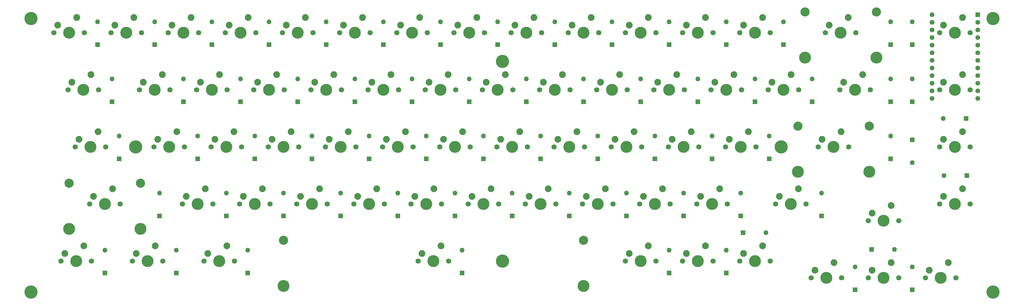
<source format=gbr>
%TF.GenerationSoftware,KiCad,Pcbnew,(5.1.12)-1*%
%TF.CreationDate,2021-12-02T20:26:18+01:00*%
%TF.ProjectId,zzelia65,7a7a656c-6961-4363-952e-6b696361645f,rev?*%
%TF.SameCoordinates,Original*%
%TF.FileFunction,Soldermask,Bot*%
%TF.FilePolarity,Negative*%
%FSLAX46Y46*%
G04 Gerber Fmt 4.6, Leading zero omitted, Abs format (unit mm)*
G04 Created by KiCad (PCBNEW (5.1.12)-1) date 2021-12-02 20:26:18*
%MOMM*%
%LPD*%
G01*
G04 APERTURE LIST*
%ADD10C,4.400000*%
%ADD11C,1.600000*%
%ADD12R,1.600000X1.600000*%
%ADD13C,1.750000*%
%ADD14C,2.250000*%
%ADD15C,3.987800*%
%ADD16C,3.048000*%
%ADD17O,1.600000X1.600000*%
G04 APERTURE END LIST*
D10*
%TO.C,REF\u002A\u002A*%
X80168750Y-82550000D03*
%TD*%
%TO.C,REF\u002A\u002A*%
X295275000Y-82550000D03*
%TD*%
%TO.C,REF\u002A\u002A*%
X202406250Y-53975000D03*
%TD*%
%TO.C,REF\u002A\u002A*%
X202406250Y-120650000D03*
%TD*%
%TO.C,REF\u002A\u002A*%
X45243750Y-130968750D03*
%TD*%
%TO.C,REF\u002A\u002A*%
X45243750Y-39687500D03*
%TD*%
%TO.C,REF\u002A\u002A*%
X365918750Y-39687500D03*
%TD*%
%TO.C,REF\u002A\u002A*%
X365918750Y-130968750D03*
%TD*%
D11*
%TO.C,ProMicro1*%
X345598750Y-38417500D03*
X345598750Y-40957500D03*
X345598750Y-43497500D03*
X345598750Y-46037500D03*
X345598750Y-48577500D03*
X345598750Y-51117500D03*
X345598750Y-53657500D03*
X345598750Y-56197500D03*
X345598750Y-58737500D03*
X345598750Y-61277500D03*
X345598750Y-63817500D03*
X345598750Y-66357500D03*
X360838750Y-66357500D03*
X360838750Y-63817500D03*
X360838750Y-61277500D03*
X360838750Y-58737500D03*
X360838750Y-56197500D03*
X360838750Y-53657500D03*
X360838750Y-51117500D03*
X360838750Y-48577500D03*
X360838750Y-46037500D03*
X360838750Y-43497500D03*
X360838750Y-40957500D03*
D12*
X360838750Y-38417500D03*
%TD*%
D13*
%TO.C,K_Z1*%
X105886250Y-101600000D03*
X95726250Y-101600000D03*
D14*
X96996250Y-99060000D03*
D15*
X100806250Y-101600000D03*
D14*
X103346250Y-96520000D03*
%TD*%
D13*
%TO.C,K_Y1*%
X186848750Y-63500000D03*
X176688750Y-63500000D03*
D14*
X177958750Y-60960000D03*
D15*
X181768750Y-63500000D03*
D14*
X184308750Y-58420000D03*
%TD*%
D13*
%TO.C,K_X1*%
X124936250Y-101600000D03*
X114776250Y-101600000D03*
D14*
X116046250Y-99060000D03*
D15*
X119856250Y-101600000D03*
D14*
X122396250Y-96520000D03*
%TD*%
D13*
%TO.C,K_W1*%
X110648750Y-63500000D03*
X100488750Y-63500000D03*
D14*
X101758750Y-60960000D03*
D15*
X105568750Y-63500000D03*
D14*
X108108750Y-58420000D03*
%TD*%
D13*
%TO.C,K_V1*%
X163036250Y-101600000D03*
X152876250Y-101600000D03*
D14*
X154146250Y-99060000D03*
D15*
X157956250Y-101600000D03*
D14*
X160496250Y-96520000D03*
%TD*%
D13*
%TO.C,K_Up1*%
X334486250Y-107156250D03*
X324326250Y-107156250D03*
D14*
X325596250Y-104616250D03*
D15*
X329406250Y-107156250D03*
D14*
X331946250Y-102076250D03*
%TD*%
D13*
%TO.C,K_U1*%
X205898750Y-63500000D03*
X195738750Y-63500000D03*
D14*
X197008750Y-60960000D03*
D15*
X200818750Y-63500000D03*
D14*
X203358750Y-58420000D03*
%TD*%
D13*
%TO.C,K_Tab1*%
X67786250Y-63500000D03*
X57626250Y-63500000D03*
D14*
X58896250Y-60960000D03*
D15*
X62706250Y-63500000D03*
D14*
X65246250Y-58420000D03*
%TD*%
D13*
%TO.C,K_T1*%
X167798750Y-63500000D03*
X157638750Y-63500000D03*
D14*
X158908750Y-60960000D03*
D15*
X162718750Y-63500000D03*
D14*
X165258750Y-58420000D03*
%TD*%
D15*
%TO.C,K_Space1*%
X229387400Y-128905000D03*
X129387600Y-128905000D03*
D16*
X229387400Y-113665000D03*
X129387600Y-113665000D03*
D13*
X184467500Y-120650000D03*
X174307500Y-120650000D03*
D14*
X175577500Y-118110000D03*
D15*
X179387500Y-120650000D03*
D14*
X181927500Y-115570000D03*
%TD*%
D13*
%TO.C,K_Slash1*%
X277336250Y-101600000D03*
X267176250Y-101600000D03*
D14*
X268446250Y-99060000D03*
D15*
X272256250Y-101600000D03*
D14*
X274796250Y-96520000D03*
%TD*%
D13*
%TO.C,K_Semi1*%
X267811250Y-82550000D03*
X257651250Y-82550000D03*
D14*
X258921250Y-80010000D03*
D15*
X262731250Y-82550000D03*
D14*
X265271250Y-77470000D03*
%TD*%
D13*
%TO.C,K_S1*%
X115411250Y-82550000D03*
X105251250Y-82550000D03*
D14*
X106521250Y-80010000D03*
D15*
X110331250Y-82550000D03*
D14*
X112871250Y-77470000D03*
%TD*%
D13*
%TO.C,K_RShift1*%
X303530000Y-101600000D03*
X293370000Y-101600000D03*
D14*
X294640000Y-99060000D03*
D15*
X298450000Y-101600000D03*
D14*
X300990000Y-96520000D03*
%TD*%
D13*
%TO.C,K_Right1*%
X353536250Y-126206250D03*
X343376250Y-126206250D03*
D14*
X344646250Y-123666250D03*
D15*
X348456250Y-126206250D03*
D14*
X350996250Y-121126250D03*
%TD*%
D13*
%TO.C,K_RCtrl1*%
X291623750Y-120650000D03*
X281463750Y-120650000D03*
D14*
X282733750Y-118110000D03*
D15*
X286543750Y-120650000D03*
D14*
X289083750Y-115570000D03*
%TD*%
D13*
%TO.C,K_RAlt1*%
X253523750Y-120650000D03*
X243363750Y-120650000D03*
D14*
X244633750Y-118110000D03*
D15*
X248443750Y-120650000D03*
D14*
X250983750Y-115570000D03*
%TD*%
D13*
%TO.C,K_R1*%
X148748750Y-63500000D03*
X138588750Y-63500000D03*
D14*
X139858750Y-60960000D03*
D15*
X143668750Y-63500000D03*
D14*
X146208750Y-58420000D03*
%TD*%
D13*
%TO.C,K_Quote1*%
X286861250Y-82550000D03*
X276701250Y-82550000D03*
D14*
X277971250Y-80010000D03*
D15*
X281781250Y-82550000D03*
D14*
X284321250Y-77470000D03*
%TD*%
D13*
%TO.C,K_Q1*%
X91598750Y-63500000D03*
X81438750Y-63500000D03*
D14*
X82708750Y-60960000D03*
D15*
X86518750Y-63500000D03*
D14*
X89058750Y-58420000D03*
%TD*%
D13*
%TO.C,K_Plus1*%
X291623750Y-44450000D03*
X281463750Y-44450000D03*
D14*
X282733750Y-41910000D03*
D15*
X286543750Y-44450000D03*
D14*
X289083750Y-39370000D03*
%TD*%
D13*
%TO.C,K_P1*%
X263048750Y-63500000D03*
X252888750Y-63500000D03*
D14*
X254158750Y-60960000D03*
D15*
X257968750Y-63500000D03*
D14*
X260508750Y-58420000D03*
%TD*%
D13*
%TO.C,K_Open1*%
X282098750Y-63500000D03*
X271938750Y-63500000D03*
D14*
X273208750Y-60960000D03*
D15*
X277018750Y-63500000D03*
D14*
X279558750Y-58420000D03*
%TD*%
D13*
%TO.C,K_O1*%
X243998750Y-63500000D03*
X233838750Y-63500000D03*
D14*
X235108750Y-60960000D03*
D15*
X238918750Y-63500000D03*
D14*
X241458750Y-58420000D03*
%TD*%
D13*
%TO.C,K_N1*%
X201136250Y-101600000D03*
X190976250Y-101600000D03*
D14*
X192246250Y-99060000D03*
D15*
X196056250Y-101600000D03*
D14*
X198596250Y-96520000D03*
%TD*%
D13*
%TO.C,K_Minus1*%
X272573750Y-44450000D03*
X262413750Y-44450000D03*
D14*
X263683750Y-41910000D03*
D15*
X267493750Y-44450000D03*
D14*
X270033750Y-39370000D03*
%TD*%
D13*
%TO.C,K_M1*%
X220186250Y-101600000D03*
X210026250Y-101600000D03*
D14*
X211296250Y-99060000D03*
D15*
X215106250Y-101600000D03*
D14*
X217646250Y-96520000D03*
%TD*%
D13*
%TO.C,K_LWin1*%
X89217500Y-120650000D03*
X79057500Y-120650000D03*
D14*
X80327500Y-118110000D03*
D15*
X84137500Y-120650000D03*
D14*
X86677500Y-115570000D03*
%TD*%
D15*
%TO.C,K_LShift1*%
X81756250Y-109855000D03*
X57943750Y-109855000D03*
D16*
X81756250Y-94615000D03*
X57943750Y-94615000D03*
D13*
X74930000Y-101600000D03*
X64770000Y-101600000D03*
D14*
X66040000Y-99060000D03*
D15*
X69850000Y-101600000D03*
D14*
X72390000Y-96520000D03*
%TD*%
D13*
%TO.C,K_Left1*%
X315436250Y-126206250D03*
X305276250Y-126206250D03*
D14*
X306546250Y-123666250D03*
D15*
X310356250Y-126206250D03*
D14*
X312896250Y-121126250D03*
%TD*%
D13*
%TO.C,K_LCtrl1*%
X65405000Y-120650000D03*
X55245000Y-120650000D03*
D14*
X56515000Y-118110000D03*
D15*
X60325000Y-120650000D03*
D14*
X62865000Y-115570000D03*
%TD*%
D13*
%TO.C,K_LAlt1*%
X113030000Y-120650000D03*
X102870000Y-120650000D03*
D14*
X104140000Y-118110000D03*
D15*
X107950000Y-120650000D03*
D14*
X110490000Y-115570000D03*
%TD*%
D13*
%TO.C,K_L1*%
X248761250Y-82550000D03*
X238601250Y-82550000D03*
D14*
X239871250Y-80010000D03*
D15*
X243681250Y-82550000D03*
D14*
X246221250Y-77470000D03*
%TD*%
D13*
%TO.C,K_K1*%
X229711250Y-82550000D03*
X219551250Y-82550000D03*
D14*
X220821250Y-80010000D03*
D15*
X224631250Y-82550000D03*
D14*
X227171250Y-77470000D03*
%TD*%
D13*
%TO.C,K_J1*%
X210661250Y-82550000D03*
X200501250Y-82550000D03*
D14*
X201771250Y-80010000D03*
D15*
X205581250Y-82550000D03*
D14*
X208121250Y-77470000D03*
%TD*%
D13*
%TO.C,K_Insert1*%
X358298750Y-44450000D03*
X348138750Y-44450000D03*
D14*
X349408750Y-41910000D03*
D15*
X353218750Y-44450000D03*
D14*
X355758750Y-39370000D03*
%TD*%
D13*
%TO.C,K_I1*%
X224948750Y-63500000D03*
X214788750Y-63500000D03*
D14*
X216058750Y-60960000D03*
D15*
X219868750Y-63500000D03*
D14*
X222408750Y-58420000D03*
%TD*%
D13*
%TO.C,K_Home1*%
X358298750Y-63500000D03*
X348138750Y-63500000D03*
D14*
X349408750Y-60960000D03*
D15*
X353218750Y-63500000D03*
D14*
X355758750Y-58420000D03*
%TD*%
D13*
%TO.C,K_H1*%
X191611250Y-82550000D03*
X181451250Y-82550000D03*
D14*
X182721250Y-80010000D03*
D15*
X186531250Y-82550000D03*
D14*
X189071250Y-77470000D03*
%TD*%
D13*
%TO.C,K_G1*%
X172561250Y-82550000D03*
X162401250Y-82550000D03*
D14*
X163671250Y-80010000D03*
D15*
X167481250Y-82550000D03*
D14*
X170021250Y-77470000D03*
%TD*%
D13*
%TO.C,K_Fn1*%
X272573750Y-120650000D03*
X262413750Y-120650000D03*
D14*
X263683750Y-118110000D03*
D15*
X267493750Y-120650000D03*
D14*
X270033750Y-115570000D03*
%TD*%
D13*
%TO.C,K_F1*%
X153511250Y-82550000D03*
X143351250Y-82550000D03*
D14*
X144621250Y-80010000D03*
D15*
X148431250Y-82550000D03*
D14*
X150971250Y-77470000D03*
%TD*%
D13*
%TO.C,K_Esc1*%
X63023750Y-44450000D03*
X52863750Y-44450000D03*
D14*
X54133750Y-41910000D03*
D15*
X57943750Y-44450000D03*
D14*
X60483750Y-39370000D03*
%TD*%
D15*
%TO.C,K_Enter1*%
X324643750Y-90805000D03*
X300831250Y-90805000D03*
D16*
X324643750Y-75565000D03*
X300831250Y-75565000D03*
D13*
X317817500Y-82550000D03*
X307657500Y-82550000D03*
D14*
X308927500Y-80010000D03*
D15*
X312737500Y-82550000D03*
D14*
X315277500Y-77470000D03*
%TD*%
D13*
%TO.C,K_End1*%
X358298750Y-82550000D03*
X348138750Y-82550000D03*
D14*
X349408750Y-80010000D03*
D15*
X353218750Y-82550000D03*
D14*
X355758750Y-77470000D03*
%TD*%
D13*
%TO.C,K_E1*%
X129698750Y-63500000D03*
X119538750Y-63500000D03*
D14*
X120808750Y-60960000D03*
D15*
X124618750Y-63500000D03*
D14*
X127158750Y-58420000D03*
%TD*%
D13*
%TO.C,K_Down1*%
X334486250Y-126206250D03*
X324326250Y-126206250D03*
D14*
X325596250Y-123666250D03*
D15*
X329406250Y-126206250D03*
D14*
X331946250Y-121126250D03*
%TD*%
D13*
%TO.C,K_Dot1*%
X258286250Y-101600000D03*
X248126250Y-101600000D03*
D14*
X249396250Y-99060000D03*
D15*
X253206250Y-101600000D03*
D14*
X255746250Y-96520000D03*
%TD*%
D13*
%TO.C,K_Del1*%
X358298750Y-101600000D03*
X348138750Y-101600000D03*
D14*
X349408750Y-99060000D03*
D15*
X353218750Y-101600000D03*
D14*
X355758750Y-96520000D03*
%TD*%
D13*
%TO.C,K_D1*%
X134461250Y-82550000D03*
X124301250Y-82550000D03*
D14*
X125571250Y-80010000D03*
D15*
X129381250Y-82550000D03*
D14*
X131921250Y-77470000D03*
%TD*%
D13*
%TO.C,K_Comma1*%
X239236250Y-101600000D03*
X229076250Y-101600000D03*
D14*
X230346250Y-99060000D03*
D15*
X234156250Y-101600000D03*
D14*
X236696250Y-96520000D03*
%TD*%
D13*
%TO.C,K_Close1*%
X301148750Y-63500000D03*
X290988750Y-63500000D03*
D14*
X292258750Y-60960000D03*
D15*
X296068750Y-63500000D03*
D14*
X298608750Y-58420000D03*
%TD*%
D13*
%TO.C,K_Caps1*%
X70167500Y-82550000D03*
X60007500Y-82550000D03*
D14*
X61277500Y-80010000D03*
D15*
X65087500Y-82550000D03*
D14*
X67627500Y-77470000D03*
%TD*%
D13*
%TO.C,K_C1*%
X143986250Y-101600000D03*
X133826250Y-101600000D03*
D14*
X135096250Y-99060000D03*
D15*
X138906250Y-101600000D03*
D14*
X141446250Y-96520000D03*
%TD*%
D13*
%TO.C,K_Backslash1*%
X324961250Y-63500000D03*
X314801250Y-63500000D03*
D14*
X316071250Y-60960000D03*
D15*
X319881250Y-63500000D03*
D14*
X322421250Y-58420000D03*
%TD*%
D15*
%TO.C,K_Back1*%
X327025000Y-52705000D03*
X303212500Y-52705000D03*
D16*
X327025000Y-37465000D03*
X303212500Y-37465000D03*
D13*
X320198750Y-44450000D03*
X310038750Y-44450000D03*
D14*
X311308750Y-41910000D03*
D15*
X315118750Y-44450000D03*
D14*
X317658750Y-39370000D03*
%TD*%
D13*
%TO.C,K_B1*%
X182086250Y-101600000D03*
X171926250Y-101600000D03*
D14*
X173196250Y-99060000D03*
D15*
X177006250Y-101600000D03*
D14*
X179546250Y-96520000D03*
%TD*%
D13*
%TO.C,K_A1*%
X96361250Y-82550000D03*
X86201250Y-82550000D03*
D14*
X87471250Y-80010000D03*
D15*
X91281250Y-82550000D03*
D14*
X93821250Y-77470000D03*
%TD*%
D13*
%TO.C,K_9*%
X234473750Y-44450000D03*
X224313750Y-44450000D03*
D14*
X225583750Y-41910000D03*
D15*
X229393750Y-44450000D03*
D14*
X231933750Y-39370000D03*
%TD*%
D13*
%TO.C,K_8*%
X215423750Y-44450000D03*
X205263750Y-44450000D03*
D14*
X206533750Y-41910000D03*
D15*
X210343750Y-44450000D03*
D14*
X212883750Y-39370000D03*
%TD*%
D13*
%TO.C,K_7*%
X196373750Y-44450000D03*
X186213750Y-44450000D03*
D14*
X187483750Y-41910000D03*
D15*
X191293750Y-44450000D03*
D14*
X193833750Y-39370000D03*
%TD*%
D13*
%TO.C,K_6*%
X177323750Y-44450000D03*
X167163750Y-44450000D03*
D14*
X168433750Y-41910000D03*
D15*
X172243750Y-44450000D03*
D14*
X174783750Y-39370000D03*
%TD*%
D13*
%TO.C,K_5*%
X158273750Y-44450000D03*
X148113750Y-44450000D03*
D14*
X149383750Y-41910000D03*
D15*
X153193750Y-44450000D03*
D14*
X155733750Y-39370000D03*
%TD*%
D13*
%TO.C,K_4*%
X139223750Y-44450000D03*
X129063750Y-44450000D03*
D14*
X130333750Y-41910000D03*
D15*
X134143750Y-44450000D03*
D14*
X136683750Y-39370000D03*
%TD*%
D13*
%TO.C,K_3*%
X120173750Y-44450000D03*
X110013750Y-44450000D03*
D14*
X111283750Y-41910000D03*
D15*
X115093750Y-44450000D03*
D14*
X117633750Y-39370000D03*
%TD*%
D13*
%TO.C,K_2*%
X101123750Y-44450000D03*
X90963750Y-44450000D03*
D14*
X92233750Y-41910000D03*
D15*
X96043750Y-44450000D03*
D14*
X98583750Y-39370000D03*
%TD*%
D13*
%TO.C,K_1*%
X82073750Y-44450000D03*
X71913750Y-44450000D03*
D14*
X73183750Y-41910000D03*
D15*
X76993750Y-44450000D03*
D14*
X79533750Y-39370000D03*
%TD*%
D13*
%TO.C,K_0*%
X253523750Y-44450000D03*
X243363750Y-44450000D03*
D14*
X244633750Y-41910000D03*
D15*
X248443750Y-44450000D03*
D14*
X250983750Y-39370000D03*
%TD*%
D17*
%TO.C,D_Z1*%
X110331250Y-97948750D03*
D12*
X110331250Y-105568750D03*
%TD*%
D17*
%TO.C,D_Y1*%
X191293750Y-59848750D03*
D12*
X191293750Y-67468750D03*
%TD*%
D17*
%TO.C,D_X1*%
X129381250Y-97948750D03*
D12*
X129381250Y-105568750D03*
%TD*%
D17*
%TO.C,D_W1*%
X115093750Y-59848750D03*
D12*
X115093750Y-67468750D03*
%TD*%
D17*
%TO.C,D_V1*%
X167481250Y-97948750D03*
D12*
X167481250Y-105568750D03*
%TD*%
D17*
%TO.C,D_Up1*%
X338931250Y-87788750D03*
D12*
X338931250Y-80168750D03*
%TD*%
D17*
%TO.C,D_U1*%
X210343750Y-59848750D03*
D12*
X210343750Y-67468750D03*
%TD*%
D17*
%TO.C,D_Tab1*%
X72231250Y-59848750D03*
D12*
X72231250Y-67468750D03*
%TD*%
%TO.C,D_T1*%
X172243750Y-67468750D03*
D17*
X172243750Y-59848750D03*
%TD*%
%TO.C,D_Space1*%
X188912500Y-116998750D03*
D12*
X188912500Y-124618750D03*
%TD*%
D17*
%TO.C,D_Slash1*%
X281781250Y-97948750D03*
D12*
X281781250Y-105568750D03*
%TD*%
D17*
%TO.C,D_Semi1*%
X272256250Y-78898750D03*
D12*
X272256250Y-86518750D03*
%TD*%
D17*
%TO.C,D_S1*%
X119856250Y-78898750D03*
D12*
X119856250Y-86518750D03*
%TD*%
D17*
%TO.C,D_RShift1*%
X308768750Y-97948750D03*
D12*
X308768750Y-105568750D03*
%TD*%
D17*
%TO.C,D_Right1*%
X338931250Y-122555000D03*
D12*
X338931250Y-130175000D03*
%TD*%
D17*
%TO.C,D_RCtrl1*%
X290195000Y-111125000D03*
D12*
X282575000Y-111125000D03*
%TD*%
D17*
%TO.C,D_RAlt1*%
X257968750Y-116998750D03*
D12*
X257968750Y-124618750D03*
%TD*%
D17*
%TO.C,D_R1*%
X153193750Y-59848750D03*
D12*
X153193750Y-67468750D03*
%TD*%
D17*
%TO.C,D_Quote1*%
X291306250Y-78898750D03*
D12*
X291306250Y-86518750D03*
%TD*%
D17*
%TO.C,D_Q1*%
X96043750Y-59848750D03*
D12*
X96043750Y-67468750D03*
%TD*%
D17*
%TO.C,D_Plus1*%
X296068750Y-40798750D03*
D12*
X296068750Y-48418750D03*
%TD*%
D17*
%TO.C,D_P1*%
X267493750Y-59848750D03*
D12*
X267493750Y-67468750D03*
%TD*%
D17*
%TO.C,D_Open1*%
X286543750Y-59848750D03*
D12*
X286543750Y-67468750D03*
%TD*%
D17*
%TO.C,D_O1*%
X248443750Y-59848750D03*
D12*
X248443750Y-67468750D03*
%TD*%
D17*
%TO.C,D_N1*%
X205581250Y-97948750D03*
D12*
X205581250Y-105568750D03*
%TD*%
D17*
%TO.C,D_Minus1*%
X277018750Y-40798750D03*
D12*
X277018750Y-48418750D03*
%TD*%
%TO.C,D_M1*%
X224631250Y-105568750D03*
D17*
X224631250Y-97948750D03*
%TD*%
%TO.C,D_LWin1*%
X93662500Y-116998750D03*
D12*
X93662500Y-124618750D03*
%TD*%
D17*
%TO.C,D_LShift1*%
X88106250Y-97948750D03*
D12*
X88106250Y-105568750D03*
%TD*%
D17*
%TO.C,D_A1*%
X100806250Y-78898750D03*
D12*
X100806250Y-86518750D03*
%TD*%
D17*
%TO.C,D_Left1*%
X319881250Y-122555000D03*
D12*
X319881250Y-130175000D03*
%TD*%
D17*
%TO.C,D_LCtrl1*%
X69850000Y-116998750D03*
D12*
X69850000Y-124618750D03*
%TD*%
D17*
%TO.C,D_LAlt1*%
X117475000Y-116998750D03*
D12*
X117475000Y-124618750D03*
%TD*%
D17*
%TO.C,D_L1*%
X253206250Y-78898750D03*
D12*
X253206250Y-86518750D03*
%TD*%
D17*
%TO.C,D_K1*%
X234156250Y-78898750D03*
D12*
X234156250Y-86518750D03*
%TD*%
%TO.C,D_J1*%
X215106250Y-86518750D03*
D17*
X215106250Y-78898750D03*
%TD*%
D12*
%TO.C,D_Insert1*%
X338931250Y-48418750D03*
D17*
X338931250Y-40798750D03*
%TD*%
%TO.C,D_I1*%
X229393750Y-59848750D03*
D12*
X229393750Y-67468750D03*
%TD*%
%TO.C,D_Home1*%
X338931250Y-67468750D03*
D17*
X338931250Y-59848750D03*
%TD*%
%TO.C,D_H1*%
X196056250Y-78898750D03*
D12*
X196056250Y-86518750D03*
%TD*%
D17*
%TO.C,D_G1*%
X177006250Y-78898750D03*
D12*
X177006250Y-86518750D03*
%TD*%
D17*
%TO.C,D_Fn1*%
X277018750Y-116998750D03*
D12*
X277018750Y-124618750D03*
%TD*%
D17*
%TO.C,D_F1*%
X157956250Y-78898750D03*
D12*
X157956250Y-86518750D03*
%TD*%
D17*
%TO.C,D_Esc1*%
X67468750Y-40798750D03*
D12*
X67468750Y-48418750D03*
%TD*%
D17*
%TO.C,D_Enter1*%
X331787500Y-78898750D03*
D12*
X331787500Y-86518750D03*
%TD*%
%TO.C,D_End1*%
X356870000Y-73025000D03*
D17*
X349250000Y-73025000D03*
%TD*%
%TO.C,D_E1*%
X134143750Y-59848750D03*
D12*
X134143750Y-67468750D03*
%TD*%
D17*
%TO.C,D_Down1*%
X333057500Y-116681250D03*
D12*
X325437500Y-116681250D03*
%TD*%
D17*
%TO.C,D_Dot1*%
X262731250Y-97948750D03*
D12*
X262731250Y-105568750D03*
%TD*%
%TO.C,D_Del1*%
X357187500Y-92075000D03*
D17*
X349567500Y-92075000D03*
%TD*%
%TO.C,D_D1*%
X138906250Y-78898750D03*
D12*
X138906250Y-86518750D03*
%TD*%
D17*
%TO.C,D_Comma1*%
X243681250Y-97948750D03*
D12*
X243681250Y-105568750D03*
%TD*%
D17*
%TO.C,D_Close1*%
X305593750Y-59848750D03*
D12*
X305593750Y-67468750D03*
%TD*%
D17*
%TO.C,D_Caps1*%
X74612500Y-78898750D03*
D12*
X74612500Y-86518750D03*
%TD*%
D17*
%TO.C,D_C1*%
X148431250Y-97948750D03*
D12*
X148431250Y-105568750D03*
%TD*%
D17*
%TO.C,D_Backslash1*%
X331787500Y-59848750D03*
D12*
X331787500Y-67468750D03*
%TD*%
D17*
%TO.C,D_Back1*%
X331787500Y-40798750D03*
D12*
X331787500Y-48418750D03*
%TD*%
D17*
%TO.C,D_B1*%
X186531250Y-97948750D03*
D12*
X186531250Y-105568750D03*
%TD*%
%TO.C,D_9*%
X238918750Y-48418750D03*
D17*
X238918750Y-40798750D03*
%TD*%
%TO.C,D_8*%
X219868750Y-40798750D03*
D12*
X219868750Y-48418750D03*
%TD*%
%TO.C,D_7*%
X200818750Y-48418750D03*
D17*
X200818750Y-40798750D03*
%TD*%
%TO.C,D_6*%
X181768750Y-40798750D03*
D12*
X181768750Y-48418750D03*
%TD*%
D17*
%TO.C,D_5*%
X162718750Y-40798750D03*
D12*
X162718750Y-48418750D03*
%TD*%
%TO.C,D_4*%
X143668750Y-48418750D03*
D17*
X143668750Y-40798750D03*
%TD*%
D12*
%TO.C,D_3*%
X124618750Y-48418750D03*
D17*
X124618750Y-40798750D03*
%TD*%
%TO.C,D_2*%
X105568750Y-40798750D03*
D12*
X105568750Y-48418750D03*
%TD*%
D17*
%TO.C,D_1*%
X86518750Y-40798750D03*
D12*
X86518750Y-48418750D03*
%TD*%
D17*
%TO.C,D_0*%
X257968750Y-40798750D03*
D12*
X257968750Y-48418750D03*
%TD*%
M02*

</source>
